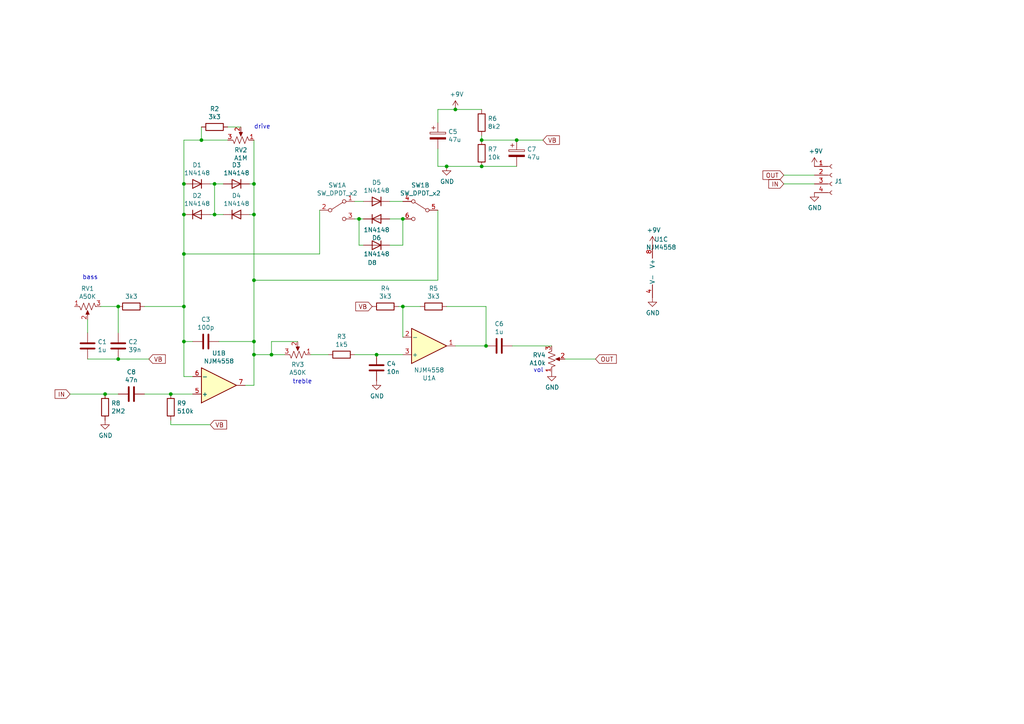
<source format=kicad_sch>
(kicad_sch (version 20230121) (generator eeschema)
  (paper "A4")
  (lib_symbols
    (symbol "Amplifier_Operational:NJM4558" (pin_names (offset 0.127))
      (property "Reference" "U" (at 0 5.08 0))
      (property "Value" "NJM4558" (at 0 -5.08 0))
      (symbol "NJM4558_1_1"
        (polyline (pts (xy -5.08 5.08) (xy 5.08 0) (xy -5.08 -5.08) (xy -5.08 5.08)) (stroke (width 0.254)) (fill (type background)))
        (pin output line (at 7.62 0 180) (length 2.54) (name "~") (number "1"))
        (pin input line (at -7.62 -2.54 0) (length 2.54) (name "-") (number "2"))
        (pin input line (at -7.62 2.54 0) (length 2.54) (name "+") (number "3"))
      )
      (symbol "NJM4558_2_1"
        (polyline (pts (xy -5.08 5.08) (xy 5.08 0) (xy -5.08 -5.08) (xy -5.08 5.08)) (stroke (width 0.254)) (fill (type background)))
        (pin input line (at -7.62 2.54 0) (length 2.54) (name "+") (number "5"))
        (pin input line (at -7.62 -2.54 0) (length 2.54) (name "-") (number "6"))
        (pin output line (at 7.62 0 180) (length 2.54) (name "~") (number "7"))
      )
      (symbol "NJM4558_3_1"
        (pin power_in line (at -2.54 -7.62 90) (length 3.81) (name "V-") (number "4"))
        (pin power_in line (at -2.54 7.62 270) (length 3.81) (name "V+") (number "8"))
      )
    )
    (symbol "Connector:Conn_01x04_Female" (pin_names (offset 1.016) hide)
      (property "Reference" "J" (at 0 5.08 0))
      (property "Value" "Conn_01x04_Female" (at 0 -7.62 0))
      (symbol "Conn_01x04_Female_1_1"
        (arc (start 0 -4.572) (mid -0.5058 -5.08) (end 0 -5.588) (stroke (width 0.1524)))
        (arc (start 0 -2.032) (mid -0.5058 -2.54) (end 0 -3.048) (stroke (width 0.1524)))
        (polyline (pts (xy -1.27 -5.08) (xy -0.508 -5.08)) (stroke (width 0.1524)))
        (polyline (pts (xy -1.27 -2.54) (xy -0.508 -2.54)) (stroke (width 0.1524)))
        (polyline (pts (xy -1.27 0) (xy -0.508 0)) (stroke (width 0.1524)))
        (polyline (pts (xy -1.27 2.54) (xy -0.508 2.54)) (stroke (width 0.1524)))
        (arc (start 0 0.508) (mid -0.5058 0) (end 0 -0.508) (stroke (width 0.1524)))
        (arc (start 0 3.048) (mid -0.5058 2.54) (end 0 2.032) (stroke (width 0.1524)))
        (pin passive line (at -5.08 2.54 0) (length 3.81) (name "Pin_1") (number "1"))
        (pin passive line (at -5.08 0 0) (length 3.81) (name "Pin_2") (number "2"))
        (pin passive line (at -5.08 -2.54 0) (length 3.81) (name "Pin_3") (number "3"))
        (pin passive line (at -5.08 -5.08 0) (length 3.81) (name "Pin_4") (number "4"))
      )
    )
    (symbol "Device:C" (pin_numbers hide) (pin_names (offset 0.254))
      (property "Reference" "C" (at 0.635 2.54 0))
      (property "Value" "C" (at 0.635 -2.54 0))
      (symbol "C_0_1"
        (polyline (pts (xy -2.032 -0.762) (xy 2.032 -0.762)) (stroke (width 0.508)))
        (polyline (pts (xy -2.032 0.762) (xy 2.032 0.762)) (stroke (width 0.508)))
      )
      (symbol "C_1_1"
        (pin passive line (at 0 3.81 270) (length 2.794) (name "~") (number "1"))
        (pin passive line (at 0 -3.81 90) (length 2.794) (name "~") (number "2"))
      )
    )
    (symbol "Device:CP" (pin_numbers hide) (pin_names (offset 0.254))
      (property "Reference" "C" (at 0.635 2.54 0))
      (property "Value" "Device_CP" (at 0.635 -2.54 0))
      (symbol "CP_0_1"
        (rectangle (start -2.286 0.508) (end 2.286 1.016))
        (polyline (pts (xy -1.778 2.286) (xy -0.762 2.286)))
        (polyline (pts (xy -1.27 2.794) (xy -1.27 1.778)))
        (rectangle (start 2.286 -0.508) (end -2.286 -1.016) (fill (type outline)))
      )
      (symbol "CP_1_1"
        (pin passive line (at 0 3.81 270) (length 2.794) (name "~") (number "1"))
        (pin passive line (at 0 -3.81 90) (length 2.794) (name "~") (number "2"))
      )
    )
    (symbol "Device:R" (pin_numbers hide) (pin_names (offset 0))
      (property "Reference" "R" (at 2.032 0 90))
      (property "Value" "R" (at 0 0 90))
      (symbol "R_0_1"
        (rectangle (start -1.016 -2.54) (end 1.016 2.54) (stroke (width 0.254)))
      )
      (symbol "R_1_1"
        (pin passive line (at 0 3.81 270) (length 1.27) (name "~") (number "1"))
        (pin passive line (at 0 -3.81 90) (length 1.27) (name "~") (number "2"))
      )
    )
    (symbol "Device:R_POT_US" (pin_names (offset 1.016) hide)
      (property "Reference" "RV" (at -4.445 0 90))
      (property "Value" "Device_R_POT_US" (at -2.54 0 90))
      (symbol "R_POT_US_0_1"
        (polyline (pts (xy 0 -2.286) (xy 0 -2.54)))
        (polyline (pts (xy 0 2.54) (xy 0 2.286)))
        (polyline (pts (xy 2.54 0) (xy 1.524 0)))
        (polyline (pts (xy 1.143 0) (xy 2.286 0.508) (xy 2.286 -0.508) (xy 1.143 0)) (fill (type outline)))
        (polyline (pts (xy 0 -0.762) (xy 1.016 -1.143) (xy 0 -1.524) (xy -1.016 -1.905) (xy 0 -2.286)))
        (polyline (pts (xy 0 0.762) (xy 1.016 0.381) (xy 0 0) (xy -1.016 -0.381) (xy 0 -0.762)))
        (polyline (pts (xy 0 2.286) (xy 1.016 1.905) (xy 0 1.524) (xy -1.016 1.143) (xy 0 0.762)))
      )
      (symbol "R_POT_US_1_1"
        (pin passive line (at 0 3.81 270) (length 1.27) (name "1") (number "1"))
        (pin passive line (at 3.81 0 180) (length 1.27) (name "2") (number "2"))
        (pin passive line (at 0 -3.81 90) (length 1.27) (name "3") (number "3"))
      )
    )
    (symbol "Diode:1N4148" (pin_numbers hide) (pin_names (offset 1.016) hide)
      (property "Reference" "D" (at 0 2.54 0))
      (property "Value" "1N4148" (at 0 -2.54 0))
      (symbol "1N4148_0_1"
        (polyline (pts (xy -1.27 1.27) (xy -1.27 -1.27)) (stroke (width 0.254)))
        (polyline (pts (xy 1.27 0) (xy -1.27 0)))
        (polyline (pts (xy 1.27 1.27) (xy 1.27 -1.27) (xy -1.27 0) (xy 1.27 1.27)) (stroke (width 0.254)))
      )
      (symbol "1N4148_1_1"
        (pin passive line (at -3.81 0 0) (length 2.54) (name "K") (number "1"))
        (pin passive line (at 3.81 0 180) (length 2.54) (name "A") (number "2"))
      )
    )
    (symbol "Switch:SW_DPDT_x2" (pin_names (offset 0) hide)
      (property "Reference" "SW" (at 0 4.318 0))
      (property "Value" "SW_DPDT_x2" (at 0 -5.08 0))
      (symbol "SW_DPDT_x2_0_0"
        (circle (center -2.032 0) (radius 0.508))
        (circle (center 2.032 -2.54) (radius 0.508))
      )
      (symbol "SW_DPDT_x2_0_1"
        (polyline (pts (xy -1.524 0.254) (xy 1.651 2.286)))
        (circle (center 2.032 2.54) (radius 0.508))
      )
      (symbol "SW_DPDT_x2_1_1"
        (pin passive line (at 5.08 2.54 180) (length 2.54) (name "A") (number "1"))
        (pin passive line (at -5.08 0 0) (length 2.54) (name "B") (number "2"))
        (pin passive line (at 5.08 -2.54 180) (length 2.54) (name "C") (number "3"))
      )
      (symbol "SW_DPDT_x2_2_1"
        (pin passive line (at 5.08 2.54 180) (length 2.54) (name "A") (number "4"))
        (pin passive line (at -5.08 0 0) (length 2.54) (name "B") (number "5"))
        (pin passive line (at 5.08 -2.54 180) (length 2.54) (name "C") (number "6"))
      )
    )
    (symbol "power:+9V" (power) (pin_names (offset 0))
      (property "Value" "+9V" (at 0 3.556 0))
      (symbol "+9V_0_1"
        (polyline (pts (xy -0.762 1.27) (xy 0 2.54)))
        (polyline (pts (xy 0 0) (xy 0 2.54)))
        (polyline (pts (xy 0 2.54) (xy 0.762 1.27)))
      )
      (symbol "+9V_1_1"
        (pin power_in line (at 0 0 90) (length 0) hide (name "+9V") (number "1"))
      )
    )
    (symbol "power:GND" (power) (pin_names (offset 0))
      (property "Value" "GND" (at 0 -3.81 0))
      (symbol "GND_0_1"
        (polyline (pts (xy 0 0) (xy 0 -1.27) (xy 1.27 -1.27) (xy 0 -2.54) (xy -1.27 -1.27) (xy 0 -1.27)))
      )
      (symbol "GND_1_1"
        (pin power_in line (at 0 0 270) (length 0) hide (name "GND") (number "1"))
      )
    )
  )
  (junction (at 149.86 40.64))
  (junction (at 78.74 102.87))
  (junction (at 139.7 40.64))
  (junction (at 49.53 114.3))
  (junction (at 139.7 48.26))
  (junction (at 30.48 114.3))
  (junction (at 34.29 104.14))
  (junction (at 53.34 53.34))
  (junction (at 53.34 88.9))
  (junction (at 73.66 81.28))
  (junction (at 140.97 100.33))
  (junction (at 53.34 62.23))
  (junction (at 53.34 99.06))
  (junction (at 62.23 53.34))
  (junction (at 132.08 31.75))
  (junction (at 109.22 102.87))
  (junction (at 34.29 88.9))
  (junction (at 73.66 62.23))
  (junction (at 73.66 53.34))
  (junction (at 104.14 63.5))
  (junction (at 53.34 73.66))
  (junction (at 62.23 62.23))
  (junction (at 116.84 88.9))
  (junction (at 73.66 99.06))
  (junction (at 116.84 63.5))
  (junction (at 58.42 40.64))
  (junction (at 73.66 102.87))
  (junction (at 129.54 48.26))
  (wire (pts (xy 129.54 48.26) (xy 139.7 48.26)))
  (wire (pts (xy 53.34 40.64) (xy 53.34 53.34)))
  (wire (pts (xy 115.57 88.9) (xy 116.84 88.9)))
  (wire (pts (xy 34.29 96.52) (xy 34.29 88.9)))
  (wire (pts (xy 73.66 62.23) (xy 73.66 53.34)))
  (wire (pts (xy 236.22 53.34) (xy 227.33 53.34)))
  (wire (pts (xy 92.71 60.96) (xy 92.71 73.66)))
  (wire (pts (xy 116.84 71.12) (xy 116.84 63.5)))
  (wire (pts (xy 53.34 73.66) (xy 53.34 88.9)))
  (wire (pts (xy 53.34 88.9) (xy 53.34 99.06)))
  (wire (pts (xy 71.12 111.76) (xy 73.66 111.76)))
  (wire (pts (xy 102.87 63.5) (xy 104.14 63.5)))
  (wire (pts (xy 73.66 102.87) (xy 73.66 99.06)))
  (wire (pts (xy 78.74 99.06) (xy 78.74 102.87)))
  (wire (pts (xy 73.66 102.87) (xy 78.74 102.87)))
  (wire (pts (xy 132.08 31.75) (xy 139.7 31.75)))
  (wire (pts (xy 113.03 71.12) (xy 116.84 71.12)))
  (wire (pts (xy 127 31.75) (xy 132.08 31.75)))
  (wire (pts (xy 62.23 62.23) (xy 60.96 62.23)))
  (wire (pts (xy 58.42 40.64) (xy 58.42 36.83)))
  (wire (pts (xy 140.97 88.9) (xy 129.54 88.9)))
  (wire (pts (xy 53.34 109.22) (xy 53.34 99.06)))
  (wire (pts (xy 149.86 40.64) (xy 157.48 40.64)))
  (wire (pts (xy 55.88 109.22) (xy 53.34 109.22)))
  (wire (pts (xy 104.14 63.5) (xy 104.14 71.12)))
  (wire (pts (xy 73.66 81.28) (xy 73.66 99.06)))
  (wire (pts (xy 73.66 62.23) (xy 73.66 81.28)))
  (wire (pts (xy 104.14 71.12) (xy 105.41 71.12)))
  (wire (pts (xy 78.74 102.87) (xy 82.55 102.87)))
  (wire (pts (xy 86.36 99.06) (xy 78.74 99.06)))
  (wire (pts (xy 104.14 63.5) (xy 105.41 63.5)))
  (wire (pts (xy 34.29 88.9) (xy 29.21 88.9)))
  (wire (pts (xy 41.91 114.3) (xy 49.53 114.3)))
  (wire (pts (xy 58.42 40.64) (xy 53.34 40.64)))
  (wire (pts (xy 73.66 40.64) (xy 73.66 53.34)))
  (wire (pts (xy 163.83 104.14) (xy 172.72 104.14)))
  (wire (pts (xy 116.84 88.9) (xy 121.92 88.9)))
  (wire (pts (xy 149.86 40.64) (xy 139.7 40.64)))
  (wire (pts (xy 92.71 73.66) (xy 53.34 73.66)))
  (wire (pts (xy 102.87 102.87) (xy 109.22 102.87)))
  (wire (pts (xy 73.66 53.34) (xy 72.39 53.34)))
  (wire (pts (xy 90.17 102.87) (xy 95.25 102.87)))
  (wire (pts (xy 127 60.96) (xy 127 81.28)))
  (wire (pts (xy 113.03 63.5) (xy 116.84 63.5)))
  (wire (pts (xy 49.53 123.19) (xy 60.96 123.19)))
  (wire (pts (xy 62.23 53.34) (xy 64.77 53.34)))
  (wire (pts (xy 30.48 114.3) (xy 34.29 114.3)))
  (wire (pts (xy 64.77 62.23) (xy 62.23 62.23)))
  (wire (pts (xy 53.34 99.06) (xy 55.88 99.06)))
  (wire (pts (xy 160.02 100.33) (xy 148.59 100.33)))
  (wire (pts (xy 20.32 114.3) (xy 30.48 114.3)))
  (wire (pts (xy 132.08 100.33) (xy 140.97 100.33)))
  (wire (pts (xy 53.34 62.23) (xy 53.34 53.34)))
  (wire (pts (xy 139.7 48.26) (xy 149.86 48.26)))
  (wire (pts (xy 49.53 114.3) (xy 55.88 114.3)))
  (wire (pts (xy 227.33 50.8) (xy 236.22 50.8)))
  (wire (pts (xy 113.03 58.42) (xy 116.84 58.42)))
  (wire (pts (xy 140.97 100.33) (xy 140.97 88.9)))
  (wire (pts (xy 62.23 62.23) (xy 62.23 53.34)))
  (wire (pts (xy 73.66 62.23) (xy 72.39 62.23)))
  (wire (pts (xy 127 31.75) (xy 127 35.56)))
  (wire (pts (xy 41.91 88.9) (xy 53.34 88.9)))
  (wire (pts (xy 73.66 99.06) (xy 63.5 99.06)))
  (wire (pts (xy 109.22 102.87) (xy 116.84 102.87)))
  (wire (pts (xy 49.53 121.92) (xy 49.53 123.19)))
  (wire (pts (xy 73.66 111.76) (xy 73.66 102.87)))
  (wire (pts (xy 66.04 40.64) (xy 58.42 40.64)))
  (wire (pts (xy 62.23 53.34) (xy 60.96 53.34)))
  (wire (pts (xy 53.34 62.23) (xy 53.34 73.66)))
  (wire (pts (xy 102.87 58.42) (xy 105.41 58.42)))
  (wire (pts (xy 127 48.26) (xy 129.54 48.26)))
  (wire (pts (xy 69.85 36.83) (xy 66.04 36.83)))
  (wire (pts (xy 34.29 104.14) (xy 43.18 104.14)))
  (wire (pts (xy 127 81.28) (xy 73.66 81.28)))
  (wire (pts (xy 25.4 104.14) (xy 34.29 104.14)))
  (wire (pts (xy 116.84 97.79) (xy 116.84 88.9)))
  (wire (pts (xy 25.4 92.71) (xy 25.4 96.52)))
  (wire (pts (xy 127 43.18) (xy 127 48.26)))
  (wire (pts (xy 139.7 39.37) (xy 139.7 40.64)))
  (text "treble\n" (at 84.836 111.506 0) (effects (font (size 1.27 1.27)) (justify left bottom)))
  (text "drive" (at 73.66 37.592 0) (effects (font (size 1.27 1.27)) (justify left bottom)))
  (text "vol" (at 154.686 108.204 0) (effects (font (size 1.27 1.27)) (justify left bottom)))
  (text "bass\n" (at 23.876 81.28 0) (effects (font (size 1.27 1.27)) (justify left bottom)))
  (global_label "VB" (shape input) (at 43.18 104.14 0) (property "Intersheetrefs" "${INTERSHEET_REFS}" (effects hide)))
  (global_label "VB" (shape input) (at 157.48 40.64 0) (property "Intersheetrefs" "${INTERSHEET_REFS}" (effects hide)))
  (global_label "VB" (shape input) (at 107.95 88.9 180) (property "Intersheetrefs" "${INTERSHEET_REFS}" (effects hide)))
  (global_label "OUT" (shape input) (at 172.72 104.14 0) (property "Intersheetrefs" "${INTERSHEET_REFS}" (effects hide)))
  (global_label "IN" (shape input) (at 227.33 53.34 180) (property "Intersheetrefs" "${INTERSHEET_REFS}" (effects hide)))
  (global_label "OUT" (shape input) (at 227.33 50.8 180) (property "Intersheetrefs" "${INTERSHEET_REFS}" (effects hide)))
  (global_label "IN" (shape input) (at 20.32 114.3 180) (property "Intersheetrefs" "${INTERSHEET_REFS}" (effects hide)))
  (global_label "VB" (shape input) (at 60.96 123.19 0) (property "Intersheetrefs" "${INTERSHEET_REFS}" (effects hide)))
  (symbol (lib_id "Connector:Conn_01x04_Female") (at 241.3 50.8 0) (unit 1)
    (property "Reference" "J1" (at 242.0112 52.578 0) (effects (justify left)))
    (property "Value" "Conn_01x04_Female" (effects hide))
    (property "Footprint" "Connector_PinHeader_2.54mm:PinHeader_1x04_P2.54mm_Vertical" (effects hide))
  )
  (symbol (lib_id "power:+9V") (at 236.22 48.26 0) (unit 1)
    (property "Reference" "#PWR06" (effects hide))
    (property "Value" "+9V" (at 236.601 43.8658 0))
  )
  (symbol (lib_id "power:GND") (at 236.22 55.88 0) (unit 1)
    (property "Reference" "#PWR07" (effects hide))
    (property "Value" "GND" (at 236.347 60.2742 0))
  )
  (symbol (lib_id "power:+9V") (at 132.08 31.75 0) (unit 1)
    (property "Reference" "#PWR04" (effects hide))
    (property "Value" "+9V" (at 132.461 27.3558 0))
  )
  (symbol (lib_id "power:GND") (at 129.54 48.26 0) (unit 1)
    (property "Reference" "#PWR03" (effects hide))
    (property "Value" "GND" (at 129.667 52.6542 0))
  )
  (symbol (lib_id "Device:CP") (at 127 39.37 0) (unit 1)
    (property "Reference" "C5" (at 129.9972 38.2016 0) (effects (justify left)))
    (property "Value" "47u" (at 129.9972 40.513 0) (effects (justify left)))
    (property "Footprint" "Capacitor_THT:CP_Radial_D5.0mm_P2.50mm" (effects hide))
  )
  (symbol (lib_id "Device:R") (at 139.7 35.56 0) (unit 1)
    (property "Reference" "R6" (at 141.478 34.3916 0) (effects (justify left)))
    (property "Value" "8k2" (at 141.478 36.703 0) (effects (justify left)))
    (property "Footprint" "Resistor_THT:R_Axial_DIN0207_L6.3mm_D2.5mm_P10.16mm_Horizontal" (effects hide))
  )
  (symbol (lib_id "Device:R") (at 139.7 44.45 0) (unit 1)
    (property "Reference" "R7" (at 141.478 43.2816 0) (effects (justify left)))
    (property "Value" "10k" (at 141.478 45.593 0) (effects (justify left)))
    (property "Footprint" "Resistor_THT:R_Axial_DIN0207_L6.3mm_D2.5mm_P10.16mm_Horizontal" (effects hide))
  )
  (symbol (lib_id "Device:CP") (at 149.86 44.45 0) (unit 1)
    (property "Reference" "C7" (at 152.8572 43.2816 0) (effects (justify left)))
    (property "Value" "47u" (at 152.8572 45.593 0) (effects (justify left)))
    (property "Footprint" "Capacitor_THT:CP_Radial_D5.0mm_P2.50mm" (effects hide))
  )
  (symbol (lib_id "Device:R") (at 125.73 88.9 90) (unit 1)
    (property "Reference" "R5" (at 125.73 83.6422 90))
    (property "Value" "3k3" (at 125.73 85.9536 90))
    (property "Footprint" "Resistor_THT:R_Axial_DIN0207_L6.3mm_D2.5mm_P10.16mm_Horizontal" (effects hide))
  )
  (symbol (lib_id "Device:R") (at 111.76 88.9 90) (unit 1)
    (property "Reference" "R4" (at 111.76 83.6422 90))
    (property "Value" "3k3" (at 111.76 85.9536 90))
    (property "Footprint" "Resistor_THT:R_Axial_DIN0207_L6.3mm_D2.5mm_P10.16mm_Horizontal" (effects hide))
  )
  (symbol (lib_id "Device:C") (at 144.78 100.33 270) (unit 1)
    (property "Reference" "C6" (at 144.78 93.9292 90))
    (property "Value" "1u" (at 144.78 96.2406 90))
    (property "Footprint" "Capacitor_THT:C_Disc_D7.5mm_W2.5mm_P5.00mm" (effects hide))
  )
  (symbol (lib_id "Device:R_POT_US") (at 160.02 104.14 0) (mirror x) (unit 1)
    (property "Reference" "RV4" (at 158.2928 102.9716 0) (effects (justify right)))
    (property "Value" "A10k" (at 158.2928 105.283 0) (effects (justify right)))
    (property "Footprint" "pedals:16MM_PCB_PADS" (effects hide))
  )
  (symbol (lib_id "Amplifier_Operational:NJM4558") (at 124.46 100.33 0) (mirror x) (unit 1)
    (property "Reference" "U1" (at 124.46 109.6518 0))
    (property "Value" "NJM4558" (at 124.46 107.3404 0))
    (property "Footprint" "Package_DIP:DIP-8_W7.62mm_Socket" (effects hide))
    (property "Datasheet" "http://www.njr.com/semicon/PDF/NJM4558_NJM4559_E.pdf" (effects hide))
  )
  (symbol (lib_id "Device:C") (at 109.22 106.68 180) (unit 1)
    (property "Reference" "C4" (at 112.141 105.5116 0) (effects (justify right)))
    (property "Value" "10n" (at 112.141 107.823 0) (effects (justify right)))
    (property "Footprint" "Capacitor_THT:C_Disc_D7.5mm_W2.5mm_P5.00mm" (effects hide))
  )
  (symbol (lib_id "Device:R") (at 99.06 102.87 90) (unit 1)
    (property "Reference" "R3" (at 99.06 97.6122 90))
    (property "Value" "1k5" (at 99.06 99.9236 90))
    (property "Footprint" "Resistor_THT:R_Axial_DIN0207_L6.3mm_D2.5mm_P10.16mm_Horizontal" (effects hide))
  )
  (symbol (lib_id "power:GND") (at 109.22 110.49 0) (unit 1)
    (property "Reference" "#PWR02" (effects hide))
    (property "Value" "GND" (at 109.347 114.8842 0))
  )
  (symbol (lib_id "power:GND") (at 160.02 107.95 0) (unit 1)
    (property "Reference" "#PWR05" (effects hide))
    (property "Value" "GND" (at 160.147 112.3442 0))
  )
  (symbol (lib_id "Device:R_POT_US") (at 86.36 102.87 270) (mirror x) (unit 1)
    (property "Reference" "RV3" (at 86.36 105.7402 90))
    (property "Value" "A50K" (at 86.36 108.0516 90))
    (property "Footprint" "pedals:16MM_PCB_PADS" (effects hide))
  )
  (symbol (lib_id "Device:R_POT_US") (at 25.4 88.9 90) (mirror x) (unit 1)
    (property "Reference" "RV1" (at 25.4 83.693 90))
    (property "Value" "A50K" (at 25.4 86.0044 90))
    (property "Footprint" "pedals:16MM_PCB_PADS" (effects hide))
  )
  (symbol (lib_id "Device:C") (at 25.4 100.33 180) (unit 1)
    (property "Reference" "C1" (at 28.321 99.1616 0) (effects (justify right)))
    (property "Value" "1u" (at 28.321 101.473 0) (effects (justify right)))
    (property "Footprint" "Capacitor_THT:C_Disc_D7.5mm_W2.5mm_P5.00mm" (effects hide))
  )
  (symbol (lib_id "Device:C") (at 34.29 100.33 180) (unit 1)
    (property "Reference" "C2" (at 37.211 99.1616 0) (effects (justify right)))
    (property "Value" "39n" (at 37.211 101.473 0) (effects (justify right)))
    (property "Footprint" "Capacitor_THT:C_Disc_D7.5mm_W2.5mm_P5.00mm" (effects hide))
  )
  (symbol (lib_id "Device:R") (at 38.1 88.9 90) (unit 1)
    (property "Reference" "R1" (effects hide))
    (property "Value" "3k3" (at 38.1 85.979 90))
    (property "Footprint" "Resistor_THT:R_Axial_DIN0207_L6.3mm_D2.5mm_P10.16mm_Horizontal" (effects hide))
  )
  (symbol (lib_id "Amplifier_Operational:NJM4558") (at 63.5 111.76 0) (mirror x) (unit 2)
    (property "Reference" "U1" (at 63.5 102.4382 0))
    (property "Value" "NJM4558" (at 63.5 104.7496 0))
    (property "Footprint" "Package_DIP:DIP-8_W7.62mm_Socket" (effects hide))
    (property "Datasheet" "http://www.njr.com/semicon/PDF/NJM4558_NJM4559_E.pdf" (effects hide))
  )
  (symbol (lib_id "Device:C") (at 59.69 99.06 270) (unit 1)
    (property "Reference" "C3" (at 59.69 92.6592 90))
    (property "Value" "100p" (at 59.69 94.9706 90))
    (property "Footprint" "Capacitor_THT:C_Disc_D7.5mm_W2.5mm_P5.00mm" (effects hide))
  )
  (symbol (lib_id "Diode:1N4148") (at 57.15 62.23 0) (unit 1)
    (property "Reference" "D2" (at 57.15 56.7436 0))
    (property "Value" "1N4148" (at 57.15 59.055 0))
    (property "Footprint" "Diode_THT:D_DO-35_SOD27_P7.62mm_Horizontal" (effects hide))
    (property "Datasheet" "https://assets.nexperia.com/documents/data-sheet/1N4148_1N4448.pdf" (effects hide))
  )
  (symbol (lib_id "Switch:SW_DPDT_x2") (at 97.79 60.96 0) (unit 1)
    (property "Reference" "SW1" (at 97.79 53.721 0))
    (property "Value" "SW_DPDT_x2" (at 97.79 56.0324 0))
    (property "Footprint" "switches:DPDT.MINI3" (effects hide))
  )
  (symbol (lib_id "Switch:SW_DPDT_x2") (at 121.92 60.96 0) (mirror y) (unit 2)
    (property "Reference" "SW1" (at 121.92 53.721 0))
    (property "Value" "SW_DPDT_x2" (at 121.92 56.0324 0))
    (property "Footprint" "switches:DPDT.MINI3" (effects hide))
  )
  (symbol (lib_id "Diode:1N4148") (at 68.58 62.23 0) (unit 1)
    (property "Reference" "D4" (at 68.58 56.7436 0))
    (property "Value" "1N4148" (at 68.58 59.055 0))
    (property "Footprint" "Diode_THT:D_DO-35_SOD27_P7.62mm_Horizontal" (effects hide))
    (property "Datasheet" "https://assets.nexperia.com/documents/data-sheet/1N4148_1N4448.pdf" (effects hide))
  )
  (symbol (lib_id "Diode:1N4148") (at 57.15 53.34 180) (unit 1)
    (property "Reference" "D1" (at 57.15 47.8536 0))
    (property "Value" "1N4148" (at 57.15 50.165 0))
    (property "Footprint" "Diode_THT:D_DO-35_SOD27_P7.62mm_Horizontal" (effects hide))
    (property "Datasheet" "https://assets.nexperia.com/documents/data-sheet/1N4148_1N4448.pdf" (effects hide))
  )
  (symbol (lib_id "Diode:1N4148") (at 68.58 53.34 180) (unit 1)
    (property "Reference" "D3" (at 68.58 47.8536 0))
    (property "Value" "1N4148" (at 68.58 50.165 0))
    (property "Footprint" "Diode_THT:D_DO-35_SOD27_P7.62mm_Horizontal" (effects hide))
    (property "Datasheet" "https://assets.nexperia.com/documents/data-sheet/1N4148_1N4448.pdf" (effects hide))
  )
  (symbol (lib_id "Amplifier_Operational:NJM4558") (at 191.77 78.74 0) (unit 3)
    (property "Reference" "U1" (at 191.77 69.4182 0))
    (property "Value" "NJM4558" (at 191.77 71.7296 0))
    (property "Footprint" "Package_DIP:DIP-8_W7.62mm_Socket" (effects hide))
    (property "Datasheet" "http://www.njr.com/semicon/PDF/NJM4558_NJM4559_E.pdf" (effects hide))
  )
  (symbol (lib_id "power:GND") (at 189.23 86.36 0) (unit 1)
    (property "Reference" "#PWR09" (effects hide))
    (property "Value" "GND" (at 189.357 90.7542 0))
  )
  (symbol (lib_id "power:+9V") (at 189.23 71.12 0) (unit 1)
    (property "Reference" "#PWR01" (effects hide))
    (property "Value" "+9V" (at 189.611 66.7258 0))
  )
  (symbol (lib_id "Diode:1N4148") (at 109.22 71.12 180) (unit 1)
    (property "Reference" "D8" (at 107.95 76.2 0))
    (property "Value" "1N4148" (at 109.22 73.66 0))
    (property "Footprint" "Diode_THT:D_DO-35_SOD27_P7.62mm_Horizontal" (effects hide))
    (property "Datasheet" "https://assets.nexperia.com/documents/data-sheet/1N4148_1N4448.pdf" (effects hide))
  )
  (symbol (lib_id "Diode:1N4148") (at 109.22 63.5 0) (unit 1)
    (property "Reference" "D6" (at 109.22 68.9864 0))
    (property "Value" "1N4148" (at 109.22 66.675 0))
    (property "Footprint" "Diode_THT:D_DO-35_SOD27_P7.62mm_Horizontal" (effects hide))
    (property "Datasheet" "https://assets.nexperia.com/documents/data-sheet/1N4148_1N4448.pdf" (effects hide))
  )
  (symbol (lib_id "Diode:1N4148") (at 109.22 58.42 180) (unit 1)
    (property "Reference" "D5" (at 109.22 52.9336 0))
    (property "Value" "1N4148" (at 109.22 55.245 0))
    (property "Footprint" "Diode_THT:D_DO-35_SOD27_P7.62mm_Horizontal" (effects hide))
    (property "Datasheet" "https://assets.nexperia.com/documents/data-sheet/1N4148_1N4448.pdf" (effects hide))
  )
  (symbol (lib_id "Device:R_POT_US") (at 69.85 40.64 270) (mirror x) (unit 1)
    (property "Reference" "RV2" (at 69.85 43.5102 90))
    (property "Value" "A1M" (at 69.85 45.8216 90))
    (property "Footprint" "pedals:16MM_PCB_PADS" (effects hide))
  )
  (symbol (lib_id "Device:R") (at 62.23 36.83 90) (unit 1)
    (property "Reference" "R2" (at 62.23 31.5722 90))
    (property "Value" "3k3" (at 62.23 33.8836 90))
    (property "Footprint" "Resistor_THT:R_Axial_DIN0207_L6.3mm_D2.5mm_P10.16mm_Horizontal" (effects hide))
  )
  (symbol (lib_id "Device:R") (at 49.53 118.11 0) (unit 1)
    (property "Reference" "R9" (at 51.308 116.9416 0) (effects (justify left)))
    (property "Value" "510k" (at 51.308 119.253 0) (effects (justify left)))
    (property "Footprint" "Resistor_THT:R_Axial_DIN0207_L6.3mm_D2.5mm_P10.16mm_Horizontal" (effects hide))
  )
  (symbol (lib_id "Device:C") (at 38.1 114.3 90) (unit 1)
    (property "Reference" "C8" (at 38.1 107.8992 90))
    (property "Value" "47n" (at 38.1 110.2106 90))
    (property "Footprint" "Capacitor_THT:C_Disc_D7.5mm_W2.5mm_P5.00mm" (effects hide))
  )
  (symbol (lib_id "Device:R") (at 30.48 118.11 180) (unit 1)
    (property "Reference" "R8" (at 32.258 116.9416 0) (effects (justify right)))
    (property "Value" "2M2" (at 32.258 119.253 0) (effects (justify right)))
    (property "Footprint" "Resistor_THT:R_Axial_DIN0207_L6.3mm_D2.5mm_P10.16mm_Horizontal" (effects hide))
  )
  (symbol (lib_id "power:GND") (at 30.48 121.92 0) (unit 1)
    (property "Reference" "#PWR08" (effects hide))
    (property "Value" "GND" (at 30.607 126.3142 0))
  )
)
</source>
